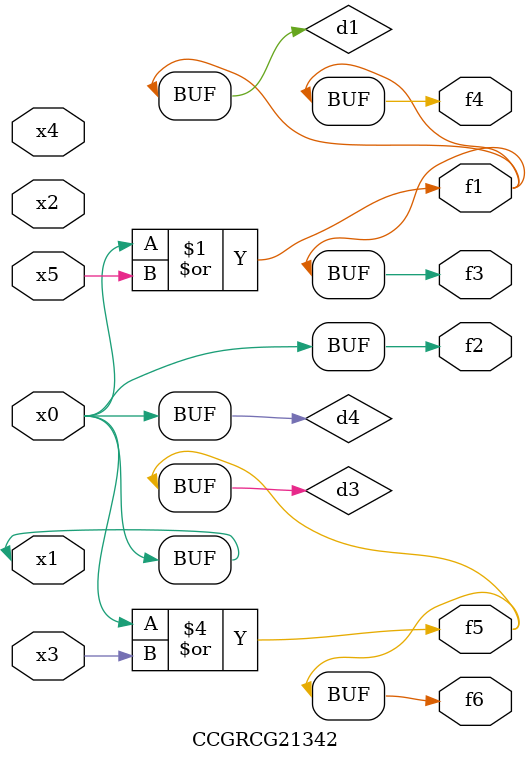
<source format=v>
module CCGRCG21342(
	input x0, x1, x2, x3, x4, x5,
	output f1, f2, f3, f4, f5, f6
);

	wire d1, d2, d3, d4;

	or (d1, x0, x5);
	xnor (d2, x1, x4);
	or (d3, x0, x3);
	buf (d4, x0, x1);
	assign f1 = d1;
	assign f2 = d4;
	assign f3 = d1;
	assign f4 = d1;
	assign f5 = d3;
	assign f6 = d3;
endmodule

</source>
